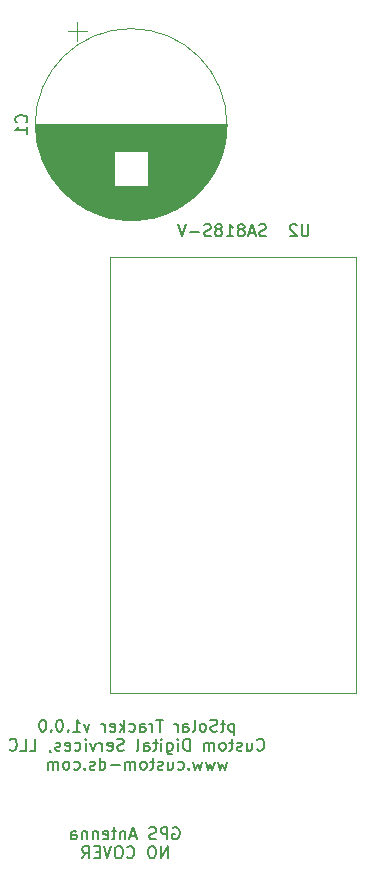
<source format=gbr>
%TF.GenerationSoftware,KiCad,Pcbnew,8.0.7*%
%TF.CreationDate,2025-01-11T16:41:09-06:00*%
%TF.ProjectId,ptSolar,7074536f-6c61-4722-9e6b-696361645f70,rev?*%
%TF.SameCoordinates,Original*%
%TF.FileFunction,Legend,Bot*%
%TF.FilePolarity,Positive*%
%FSLAX46Y46*%
G04 Gerber Fmt 4.6, Leading zero omitted, Abs format (unit mm)*
G04 Created by KiCad (PCBNEW 8.0.7) date 2025-01-11 16:41:09*
%MOMM*%
%LPD*%
G01*
G04 APERTURE LIST*
%ADD10C,0.150000*%
%ADD11C,0.120000*%
%ADD12C,0.100000*%
G04 APERTURE END LIST*
D10*
X149964286Y-127233264D02*
X149964286Y-128233264D01*
X149964286Y-127280883D02*
X149869048Y-127233264D01*
X149869048Y-127233264D02*
X149678572Y-127233264D01*
X149678572Y-127233264D02*
X149583334Y-127280883D01*
X149583334Y-127280883D02*
X149535715Y-127328502D01*
X149535715Y-127328502D02*
X149488096Y-127423740D01*
X149488096Y-127423740D02*
X149488096Y-127709454D01*
X149488096Y-127709454D02*
X149535715Y-127804692D01*
X149535715Y-127804692D02*
X149583334Y-127852312D01*
X149583334Y-127852312D02*
X149678572Y-127899931D01*
X149678572Y-127899931D02*
X149869048Y-127899931D01*
X149869048Y-127899931D02*
X149964286Y-127852312D01*
X149202381Y-127233264D02*
X148821429Y-127233264D01*
X149059524Y-126899931D02*
X149059524Y-127757073D01*
X149059524Y-127757073D02*
X149011905Y-127852312D01*
X149011905Y-127852312D02*
X148916667Y-127899931D01*
X148916667Y-127899931D02*
X148821429Y-127899931D01*
X148535714Y-127852312D02*
X148392857Y-127899931D01*
X148392857Y-127899931D02*
X148154762Y-127899931D01*
X148154762Y-127899931D02*
X148059524Y-127852312D01*
X148059524Y-127852312D02*
X148011905Y-127804692D01*
X148011905Y-127804692D02*
X147964286Y-127709454D01*
X147964286Y-127709454D02*
X147964286Y-127614216D01*
X147964286Y-127614216D02*
X148011905Y-127518978D01*
X148011905Y-127518978D02*
X148059524Y-127471359D01*
X148059524Y-127471359D02*
X148154762Y-127423740D01*
X148154762Y-127423740D02*
X148345238Y-127376121D01*
X148345238Y-127376121D02*
X148440476Y-127328502D01*
X148440476Y-127328502D02*
X148488095Y-127280883D01*
X148488095Y-127280883D02*
X148535714Y-127185645D01*
X148535714Y-127185645D02*
X148535714Y-127090407D01*
X148535714Y-127090407D02*
X148488095Y-126995169D01*
X148488095Y-126995169D02*
X148440476Y-126947550D01*
X148440476Y-126947550D02*
X148345238Y-126899931D01*
X148345238Y-126899931D02*
X148107143Y-126899931D01*
X148107143Y-126899931D02*
X147964286Y-126947550D01*
X147392857Y-127899931D02*
X147488095Y-127852312D01*
X147488095Y-127852312D02*
X147535714Y-127804692D01*
X147535714Y-127804692D02*
X147583333Y-127709454D01*
X147583333Y-127709454D02*
X147583333Y-127423740D01*
X147583333Y-127423740D02*
X147535714Y-127328502D01*
X147535714Y-127328502D02*
X147488095Y-127280883D01*
X147488095Y-127280883D02*
X147392857Y-127233264D01*
X147392857Y-127233264D02*
X147250000Y-127233264D01*
X147250000Y-127233264D02*
X147154762Y-127280883D01*
X147154762Y-127280883D02*
X147107143Y-127328502D01*
X147107143Y-127328502D02*
X147059524Y-127423740D01*
X147059524Y-127423740D02*
X147059524Y-127709454D01*
X147059524Y-127709454D02*
X147107143Y-127804692D01*
X147107143Y-127804692D02*
X147154762Y-127852312D01*
X147154762Y-127852312D02*
X147250000Y-127899931D01*
X147250000Y-127899931D02*
X147392857Y-127899931D01*
X146488095Y-127899931D02*
X146583333Y-127852312D01*
X146583333Y-127852312D02*
X146630952Y-127757073D01*
X146630952Y-127757073D02*
X146630952Y-126899931D01*
X145678571Y-127899931D02*
X145678571Y-127376121D01*
X145678571Y-127376121D02*
X145726190Y-127280883D01*
X145726190Y-127280883D02*
X145821428Y-127233264D01*
X145821428Y-127233264D02*
X146011904Y-127233264D01*
X146011904Y-127233264D02*
X146107142Y-127280883D01*
X145678571Y-127852312D02*
X145773809Y-127899931D01*
X145773809Y-127899931D02*
X146011904Y-127899931D01*
X146011904Y-127899931D02*
X146107142Y-127852312D01*
X146107142Y-127852312D02*
X146154761Y-127757073D01*
X146154761Y-127757073D02*
X146154761Y-127661835D01*
X146154761Y-127661835D02*
X146107142Y-127566597D01*
X146107142Y-127566597D02*
X146011904Y-127518978D01*
X146011904Y-127518978D02*
X145773809Y-127518978D01*
X145773809Y-127518978D02*
X145678571Y-127471359D01*
X145202380Y-127899931D02*
X145202380Y-127233264D01*
X145202380Y-127423740D02*
X145154761Y-127328502D01*
X145154761Y-127328502D02*
X145107142Y-127280883D01*
X145107142Y-127280883D02*
X145011904Y-127233264D01*
X145011904Y-127233264D02*
X144916666Y-127233264D01*
X143964284Y-126899931D02*
X143392856Y-126899931D01*
X143678570Y-127899931D02*
X143678570Y-126899931D01*
X143059522Y-127899931D02*
X143059522Y-127233264D01*
X143059522Y-127423740D02*
X143011903Y-127328502D01*
X143011903Y-127328502D02*
X142964284Y-127280883D01*
X142964284Y-127280883D02*
X142869046Y-127233264D01*
X142869046Y-127233264D02*
X142773808Y-127233264D01*
X142011903Y-127899931D02*
X142011903Y-127376121D01*
X142011903Y-127376121D02*
X142059522Y-127280883D01*
X142059522Y-127280883D02*
X142154760Y-127233264D01*
X142154760Y-127233264D02*
X142345236Y-127233264D01*
X142345236Y-127233264D02*
X142440474Y-127280883D01*
X142011903Y-127852312D02*
X142107141Y-127899931D01*
X142107141Y-127899931D02*
X142345236Y-127899931D01*
X142345236Y-127899931D02*
X142440474Y-127852312D01*
X142440474Y-127852312D02*
X142488093Y-127757073D01*
X142488093Y-127757073D02*
X142488093Y-127661835D01*
X142488093Y-127661835D02*
X142440474Y-127566597D01*
X142440474Y-127566597D02*
X142345236Y-127518978D01*
X142345236Y-127518978D02*
X142107141Y-127518978D01*
X142107141Y-127518978D02*
X142011903Y-127471359D01*
X141107141Y-127852312D02*
X141202379Y-127899931D01*
X141202379Y-127899931D02*
X141392855Y-127899931D01*
X141392855Y-127899931D02*
X141488093Y-127852312D01*
X141488093Y-127852312D02*
X141535712Y-127804692D01*
X141535712Y-127804692D02*
X141583331Y-127709454D01*
X141583331Y-127709454D02*
X141583331Y-127423740D01*
X141583331Y-127423740D02*
X141535712Y-127328502D01*
X141535712Y-127328502D02*
X141488093Y-127280883D01*
X141488093Y-127280883D02*
X141392855Y-127233264D01*
X141392855Y-127233264D02*
X141202379Y-127233264D01*
X141202379Y-127233264D02*
X141107141Y-127280883D01*
X140678569Y-127899931D02*
X140678569Y-126899931D01*
X140583331Y-127518978D02*
X140297617Y-127899931D01*
X140297617Y-127233264D02*
X140678569Y-127614216D01*
X139488093Y-127852312D02*
X139583331Y-127899931D01*
X139583331Y-127899931D02*
X139773807Y-127899931D01*
X139773807Y-127899931D02*
X139869045Y-127852312D01*
X139869045Y-127852312D02*
X139916664Y-127757073D01*
X139916664Y-127757073D02*
X139916664Y-127376121D01*
X139916664Y-127376121D02*
X139869045Y-127280883D01*
X139869045Y-127280883D02*
X139773807Y-127233264D01*
X139773807Y-127233264D02*
X139583331Y-127233264D01*
X139583331Y-127233264D02*
X139488093Y-127280883D01*
X139488093Y-127280883D02*
X139440474Y-127376121D01*
X139440474Y-127376121D02*
X139440474Y-127471359D01*
X139440474Y-127471359D02*
X139916664Y-127566597D01*
X139011902Y-127899931D02*
X139011902Y-127233264D01*
X139011902Y-127423740D02*
X138964283Y-127328502D01*
X138964283Y-127328502D02*
X138916664Y-127280883D01*
X138916664Y-127280883D02*
X138821426Y-127233264D01*
X138821426Y-127233264D02*
X138726188Y-127233264D01*
X137726187Y-127233264D02*
X137488092Y-127899931D01*
X137488092Y-127899931D02*
X137249997Y-127233264D01*
X136345235Y-127899931D02*
X136916663Y-127899931D01*
X136630949Y-127899931D02*
X136630949Y-126899931D01*
X136630949Y-126899931D02*
X136726187Y-127042788D01*
X136726187Y-127042788D02*
X136821425Y-127138026D01*
X136821425Y-127138026D02*
X136916663Y-127185645D01*
X135916663Y-127804692D02*
X135869044Y-127852312D01*
X135869044Y-127852312D02*
X135916663Y-127899931D01*
X135916663Y-127899931D02*
X135964282Y-127852312D01*
X135964282Y-127852312D02*
X135916663Y-127804692D01*
X135916663Y-127804692D02*
X135916663Y-127899931D01*
X135249997Y-126899931D02*
X135154759Y-126899931D01*
X135154759Y-126899931D02*
X135059521Y-126947550D01*
X135059521Y-126947550D02*
X135011902Y-126995169D01*
X135011902Y-126995169D02*
X134964283Y-127090407D01*
X134964283Y-127090407D02*
X134916664Y-127280883D01*
X134916664Y-127280883D02*
X134916664Y-127518978D01*
X134916664Y-127518978D02*
X134964283Y-127709454D01*
X134964283Y-127709454D02*
X135011902Y-127804692D01*
X135011902Y-127804692D02*
X135059521Y-127852312D01*
X135059521Y-127852312D02*
X135154759Y-127899931D01*
X135154759Y-127899931D02*
X135249997Y-127899931D01*
X135249997Y-127899931D02*
X135345235Y-127852312D01*
X135345235Y-127852312D02*
X135392854Y-127804692D01*
X135392854Y-127804692D02*
X135440473Y-127709454D01*
X135440473Y-127709454D02*
X135488092Y-127518978D01*
X135488092Y-127518978D02*
X135488092Y-127280883D01*
X135488092Y-127280883D02*
X135440473Y-127090407D01*
X135440473Y-127090407D02*
X135392854Y-126995169D01*
X135392854Y-126995169D02*
X135345235Y-126947550D01*
X135345235Y-126947550D02*
X135249997Y-126899931D01*
X134488092Y-127804692D02*
X134440473Y-127852312D01*
X134440473Y-127852312D02*
X134488092Y-127899931D01*
X134488092Y-127899931D02*
X134535711Y-127852312D01*
X134535711Y-127852312D02*
X134488092Y-127804692D01*
X134488092Y-127804692D02*
X134488092Y-127899931D01*
X133821426Y-126899931D02*
X133726188Y-126899931D01*
X133726188Y-126899931D02*
X133630950Y-126947550D01*
X133630950Y-126947550D02*
X133583331Y-126995169D01*
X133583331Y-126995169D02*
X133535712Y-127090407D01*
X133535712Y-127090407D02*
X133488093Y-127280883D01*
X133488093Y-127280883D02*
X133488093Y-127518978D01*
X133488093Y-127518978D02*
X133535712Y-127709454D01*
X133535712Y-127709454D02*
X133583331Y-127804692D01*
X133583331Y-127804692D02*
X133630950Y-127852312D01*
X133630950Y-127852312D02*
X133726188Y-127899931D01*
X133726188Y-127899931D02*
X133821426Y-127899931D01*
X133821426Y-127899931D02*
X133916664Y-127852312D01*
X133916664Y-127852312D02*
X133964283Y-127804692D01*
X133964283Y-127804692D02*
X134011902Y-127709454D01*
X134011902Y-127709454D02*
X134059521Y-127518978D01*
X134059521Y-127518978D02*
X134059521Y-127280883D01*
X134059521Y-127280883D02*
X134011902Y-127090407D01*
X134011902Y-127090407D02*
X133964283Y-126995169D01*
X133964283Y-126995169D02*
X133916664Y-126947550D01*
X133916664Y-126947550D02*
X133821426Y-126899931D01*
X151916667Y-129414636D02*
X151964286Y-129462256D01*
X151964286Y-129462256D02*
X152107143Y-129509875D01*
X152107143Y-129509875D02*
X152202381Y-129509875D01*
X152202381Y-129509875D02*
X152345238Y-129462256D01*
X152345238Y-129462256D02*
X152440476Y-129367017D01*
X152440476Y-129367017D02*
X152488095Y-129271779D01*
X152488095Y-129271779D02*
X152535714Y-129081303D01*
X152535714Y-129081303D02*
X152535714Y-128938446D01*
X152535714Y-128938446D02*
X152488095Y-128747970D01*
X152488095Y-128747970D02*
X152440476Y-128652732D01*
X152440476Y-128652732D02*
X152345238Y-128557494D01*
X152345238Y-128557494D02*
X152202381Y-128509875D01*
X152202381Y-128509875D02*
X152107143Y-128509875D01*
X152107143Y-128509875D02*
X151964286Y-128557494D01*
X151964286Y-128557494D02*
X151916667Y-128605113D01*
X151059524Y-128843208D02*
X151059524Y-129509875D01*
X151488095Y-128843208D02*
X151488095Y-129367017D01*
X151488095Y-129367017D02*
X151440476Y-129462256D01*
X151440476Y-129462256D02*
X151345238Y-129509875D01*
X151345238Y-129509875D02*
X151202381Y-129509875D01*
X151202381Y-129509875D02*
X151107143Y-129462256D01*
X151107143Y-129462256D02*
X151059524Y-129414636D01*
X150630952Y-129462256D02*
X150535714Y-129509875D01*
X150535714Y-129509875D02*
X150345238Y-129509875D01*
X150345238Y-129509875D02*
X150250000Y-129462256D01*
X150250000Y-129462256D02*
X150202381Y-129367017D01*
X150202381Y-129367017D02*
X150202381Y-129319398D01*
X150202381Y-129319398D02*
X150250000Y-129224160D01*
X150250000Y-129224160D02*
X150345238Y-129176541D01*
X150345238Y-129176541D02*
X150488095Y-129176541D01*
X150488095Y-129176541D02*
X150583333Y-129128922D01*
X150583333Y-129128922D02*
X150630952Y-129033684D01*
X150630952Y-129033684D02*
X150630952Y-128986065D01*
X150630952Y-128986065D02*
X150583333Y-128890827D01*
X150583333Y-128890827D02*
X150488095Y-128843208D01*
X150488095Y-128843208D02*
X150345238Y-128843208D01*
X150345238Y-128843208D02*
X150250000Y-128890827D01*
X149916666Y-128843208D02*
X149535714Y-128843208D01*
X149773809Y-128509875D02*
X149773809Y-129367017D01*
X149773809Y-129367017D02*
X149726190Y-129462256D01*
X149726190Y-129462256D02*
X149630952Y-129509875D01*
X149630952Y-129509875D02*
X149535714Y-129509875D01*
X149059523Y-129509875D02*
X149154761Y-129462256D01*
X149154761Y-129462256D02*
X149202380Y-129414636D01*
X149202380Y-129414636D02*
X149249999Y-129319398D01*
X149249999Y-129319398D02*
X149249999Y-129033684D01*
X149249999Y-129033684D02*
X149202380Y-128938446D01*
X149202380Y-128938446D02*
X149154761Y-128890827D01*
X149154761Y-128890827D02*
X149059523Y-128843208D01*
X149059523Y-128843208D02*
X148916666Y-128843208D01*
X148916666Y-128843208D02*
X148821428Y-128890827D01*
X148821428Y-128890827D02*
X148773809Y-128938446D01*
X148773809Y-128938446D02*
X148726190Y-129033684D01*
X148726190Y-129033684D02*
X148726190Y-129319398D01*
X148726190Y-129319398D02*
X148773809Y-129414636D01*
X148773809Y-129414636D02*
X148821428Y-129462256D01*
X148821428Y-129462256D02*
X148916666Y-129509875D01*
X148916666Y-129509875D02*
X149059523Y-129509875D01*
X148297618Y-129509875D02*
X148297618Y-128843208D01*
X148297618Y-128938446D02*
X148249999Y-128890827D01*
X148249999Y-128890827D02*
X148154761Y-128843208D01*
X148154761Y-128843208D02*
X148011904Y-128843208D01*
X148011904Y-128843208D02*
X147916666Y-128890827D01*
X147916666Y-128890827D02*
X147869047Y-128986065D01*
X147869047Y-128986065D02*
X147869047Y-129509875D01*
X147869047Y-128986065D02*
X147821428Y-128890827D01*
X147821428Y-128890827D02*
X147726190Y-128843208D01*
X147726190Y-128843208D02*
X147583333Y-128843208D01*
X147583333Y-128843208D02*
X147488094Y-128890827D01*
X147488094Y-128890827D02*
X147440475Y-128986065D01*
X147440475Y-128986065D02*
X147440475Y-129509875D01*
X146202380Y-129509875D02*
X146202380Y-128509875D01*
X146202380Y-128509875D02*
X145964285Y-128509875D01*
X145964285Y-128509875D02*
X145821428Y-128557494D01*
X145821428Y-128557494D02*
X145726190Y-128652732D01*
X145726190Y-128652732D02*
X145678571Y-128747970D01*
X145678571Y-128747970D02*
X145630952Y-128938446D01*
X145630952Y-128938446D02*
X145630952Y-129081303D01*
X145630952Y-129081303D02*
X145678571Y-129271779D01*
X145678571Y-129271779D02*
X145726190Y-129367017D01*
X145726190Y-129367017D02*
X145821428Y-129462256D01*
X145821428Y-129462256D02*
X145964285Y-129509875D01*
X145964285Y-129509875D02*
X146202380Y-129509875D01*
X145202380Y-129509875D02*
X145202380Y-128843208D01*
X145202380Y-128509875D02*
X145249999Y-128557494D01*
X145249999Y-128557494D02*
X145202380Y-128605113D01*
X145202380Y-128605113D02*
X145154761Y-128557494D01*
X145154761Y-128557494D02*
X145202380Y-128509875D01*
X145202380Y-128509875D02*
X145202380Y-128605113D01*
X144297619Y-128843208D02*
X144297619Y-129652732D01*
X144297619Y-129652732D02*
X144345238Y-129747970D01*
X144345238Y-129747970D02*
X144392857Y-129795589D01*
X144392857Y-129795589D02*
X144488095Y-129843208D01*
X144488095Y-129843208D02*
X144630952Y-129843208D01*
X144630952Y-129843208D02*
X144726190Y-129795589D01*
X144297619Y-129462256D02*
X144392857Y-129509875D01*
X144392857Y-129509875D02*
X144583333Y-129509875D01*
X144583333Y-129509875D02*
X144678571Y-129462256D01*
X144678571Y-129462256D02*
X144726190Y-129414636D01*
X144726190Y-129414636D02*
X144773809Y-129319398D01*
X144773809Y-129319398D02*
X144773809Y-129033684D01*
X144773809Y-129033684D02*
X144726190Y-128938446D01*
X144726190Y-128938446D02*
X144678571Y-128890827D01*
X144678571Y-128890827D02*
X144583333Y-128843208D01*
X144583333Y-128843208D02*
X144392857Y-128843208D01*
X144392857Y-128843208D02*
X144297619Y-128890827D01*
X143821428Y-129509875D02*
X143821428Y-128843208D01*
X143821428Y-128509875D02*
X143869047Y-128557494D01*
X143869047Y-128557494D02*
X143821428Y-128605113D01*
X143821428Y-128605113D02*
X143773809Y-128557494D01*
X143773809Y-128557494D02*
X143821428Y-128509875D01*
X143821428Y-128509875D02*
X143821428Y-128605113D01*
X143488095Y-128843208D02*
X143107143Y-128843208D01*
X143345238Y-128509875D02*
X143345238Y-129367017D01*
X143345238Y-129367017D02*
X143297619Y-129462256D01*
X143297619Y-129462256D02*
X143202381Y-129509875D01*
X143202381Y-129509875D02*
X143107143Y-129509875D01*
X142345238Y-129509875D02*
X142345238Y-128986065D01*
X142345238Y-128986065D02*
X142392857Y-128890827D01*
X142392857Y-128890827D02*
X142488095Y-128843208D01*
X142488095Y-128843208D02*
X142678571Y-128843208D01*
X142678571Y-128843208D02*
X142773809Y-128890827D01*
X142345238Y-129462256D02*
X142440476Y-129509875D01*
X142440476Y-129509875D02*
X142678571Y-129509875D01*
X142678571Y-129509875D02*
X142773809Y-129462256D01*
X142773809Y-129462256D02*
X142821428Y-129367017D01*
X142821428Y-129367017D02*
X142821428Y-129271779D01*
X142821428Y-129271779D02*
X142773809Y-129176541D01*
X142773809Y-129176541D02*
X142678571Y-129128922D01*
X142678571Y-129128922D02*
X142440476Y-129128922D01*
X142440476Y-129128922D02*
X142345238Y-129081303D01*
X141726190Y-129509875D02*
X141821428Y-129462256D01*
X141821428Y-129462256D02*
X141869047Y-129367017D01*
X141869047Y-129367017D02*
X141869047Y-128509875D01*
X140630951Y-129462256D02*
X140488094Y-129509875D01*
X140488094Y-129509875D02*
X140249999Y-129509875D01*
X140249999Y-129509875D02*
X140154761Y-129462256D01*
X140154761Y-129462256D02*
X140107142Y-129414636D01*
X140107142Y-129414636D02*
X140059523Y-129319398D01*
X140059523Y-129319398D02*
X140059523Y-129224160D01*
X140059523Y-129224160D02*
X140107142Y-129128922D01*
X140107142Y-129128922D02*
X140154761Y-129081303D01*
X140154761Y-129081303D02*
X140249999Y-129033684D01*
X140249999Y-129033684D02*
X140440475Y-128986065D01*
X140440475Y-128986065D02*
X140535713Y-128938446D01*
X140535713Y-128938446D02*
X140583332Y-128890827D01*
X140583332Y-128890827D02*
X140630951Y-128795589D01*
X140630951Y-128795589D02*
X140630951Y-128700351D01*
X140630951Y-128700351D02*
X140583332Y-128605113D01*
X140583332Y-128605113D02*
X140535713Y-128557494D01*
X140535713Y-128557494D02*
X140440475Y-128509875D01*
X140440475Y-128509875D02*
X140202380Y-128509875D01*
X140202380Y-128509875D02*
X140059523Y-128557494D01*
X139249999Y-129462256D02*
X139345237Y-129509875D01*
X139345237Y-129509875D02*
X139535713Y-129509875D01*
X139535713Y-129509875D02*
X139630951Y-129462256D01*
X139630951Y-129462256D02*
X139678570Y-129367017D01*
X139678570Y-129367017D02*
X139678570Y-128986065D01*
X139678570Y-128986065D02*
X139630951Y-128890827D01*
X139630951Y-128890827D02*
X139535713Y-128843208D01*
X139535713Y-128843208D02*
X139345237Y-128843208D01*
X139345237Y-128843208D02*
X139249999Y-128890827D01*
X139249999Y-128890827D02*
X139202380Y-128986065D01*
X139202380Y-128986065D02*
X139202380Y-129081303D01*
X139202380Y-129081303D02*
X139678570Y-129176541D01*
X138773808Y-129509875D02*
X138773808Y-128843208D01*
X138773808Y-129033684D02*
X138726189Y-128938446D01*
X138726189Y-128938446D02*
X138678570Y-128890827D01*
X138678570Y-128890827D02*
X138583332Y-128843208D01*
X138583332Y-128843208D02*
X138488094Y-128843208D01*
X138249998Y-128843208D02*
X138011903Y-129509875D01*
X138011903Y-129509875D02*
X137773808Y-128843208D01*
X137392855Y-129509875D02*
X137392855Y-128843208D01*
X137392855Y-128509875D02*
X137440474Y-128557494D01*
X137440474Y-128557494D02*
X137392855Y-128605113D01*
X137392855Y-128605113D02*
X137345236Y-128557494D01*
X137345236Y-128557494D02*
X137392855Y-128509875D01*
X137392855Y-128509875D02*
X137392855Y-128605113D01*
X136488094Y-129462256D02*
X136583332Y-129509875D01*
X136583332Y-129509875D02*
X136773808Y-129509875D01*
X136773808Y-129509875D02*
X136869046Y-129462256D01*
X136869046Y-129462256D02*
X136916665Y-129414636D01*
X136916665Y-129414636D02*
X136964284Y-129319398D01*
X136964284Y-129319398D02*
X136964284Y-129033684D01*
X136964284Y-129033684D02*
X136916665Y-128938446D01*
X136916665Y-128938446D02*
X136869046Y-128890827D01*
X136869046Y-128890827D02*
X136773808Y-128843208D01*
X136773808Y-128843208D02*
X136583332Y-128843208D01*
X136583332Y-128843208D02*
X136488094Y-128890827D01*
X135678570Y-129462256D02*
X135773808Y-129509875D01*
X135773808Y-129509875D02*
X135964284Y-129509875D01*
X135964284Y-129509875D02*
X136059522Y-129462256D01*
X136059522Y-129462256D02*
X136107141Y-129367017D01*
X136107141Y-129367017D02*
X136107141Y-128986065D01*
X136107141Y-128986065D02*
X136059522Y-128890827D01*
X136059522Y-128890827D02*
X135964284Y-128843208D01*
X135964284Y-128843208D02*
X135773808Y-128843208D01*
X135773808Y-128843208D02*
X135678570Y-128890827D01*
X135678570Y-128890827D02*
X135630951Y-128986065D01*
X135630951Y-128986065D02*
X135630951Y-129081303D01*
X135630951Y-129081303D02*
X136107141Y-129176541D01*
X135249998Y-129462256D02*
X135154760Y-129509875D01*
X135154760Y-129509875D02*
X134964284Y-129509875D01*
X134964284Y-129509875D02*
X134869046Y-129462256D01*
X134869046Y-129462256D02*
X134821427Y-129367017D01*
X134821427Y-129367017D02*
X134821427Y-129319398D01*
X134821427Y-129319398D02*
X134869046Y-129224160D01*
X134869046Y-129224160D02*
X134964284Y-129176541D01*
X134964284Y-129176541D02*
X135107141Y-129176541D01*
X135107141Y-129176541D02*
X135202379Y-129128922D01*
X135202379Y-129128922D02*
X135249998Y-129033684D01*
X135249998Y-129033684D02*
X135249998Y-128986065D01*
X135249998Y-128986065D02*
X135202379Y-128890827D01*
X135202379Y-128890827D02*
X135107141Y-128843208D01*
X135107141Y-128843208D02*
X134964284Y-128843208D01*
X134964284Y-128843208D02*
X134869046Y-128890827D01*
X134345236Y-129462256D02*
X134345236Y-129509875D01*
X134345236Y-129509875D02*
X134392855Y-129605113D01*
X134392855Y-129605113D02*
X134440474Y-129652732D01*
X132678570Y-129509875D02*
X133154760Y-129509875D01*
X133154760Y-129509875D02*
X133154760Y-128509875D01*
X131869046Y-129509875D02*
X132345236Y-129509875D01*
X132345236Y-129509875D02*
X132345236Y-128509875D01*
X130964284Y-129414636D02*
X131011903Y-129462256D01*
X131011903Y-129462256D02*
X131154760Y-129509875D01*
X131154760Y-129509875D02*
X131249998Y-129509875D01*
X131249998Y-129509875D02*
X131392855Y-129462256D01*
X131392855Y-129462256D02*
X131488093Y-129367017D01*
X131488093Y-129367017D02*
X131535712Y-129271779D01*
X131535712Y-129271779D02*
X131583331Y-129081303D01*
X131583331Y-129081303D02*
X131583331Y-128938446D01*
X131583331Y-128938446D02*
X131535712Y-128747970D01*
X131535712Y-128747970D02*
X131488093Y-128652732D01*
X131488093Y-128652732D02*
X131392855Y-128557494D01*
X131392855Y-128557494D02*
X131249998Y-128509875D01*
X131249998Y-128509875D02*
X131154760Y-128509875D01*
X131154760Y-128509875D02*
X131011903Y-128557494D01*
X131011903Y-128557494D02*
X130964284Y-128605113D01*
X149369046Y-130453152D02*
X149178570Y-131119819D01*
X149178570Y-131119819D02*
X148988094Y-130643628D01*
X148988094Y-130643628D02*
X148797618Y-131119819D01*
X148797618Y-131119819D02*
X148607142Y-130453152D01*
X148321427Y-130453152D02*
X148130951Y-131119819D01*
X148130951Y-131119819D02*
X147940475Y-130643628D01*
X147940475Y-130643628D02*
X147749999Y-131119819D01*
X147749999Y-131119819D02*
X147559523Y-130453152D01*
X147273808Y-130453152D02*
X147083332Y-131119819D01*
X147083332Y-131119819D02*
X146892856Y-130643628D01*
X146892856Y-130643628D02*
X146702380Y-131119819D01*
X146702380Y-131119819D02*
X146511904Y-130453152D01*
X146130951Y-131024580D02*
X146083332Y-131072200D01*
X146083332Y-131072200D02*
X146130951Y-131119819D01*
X146130951Y-131119819D02*
X146178570Y-131072200D01*
X146178570Y-131072200D02*
X146130951Y-131024580D01*
X146130951Y-131024580D02*
X146130951Y-131119819D01*
X145226190Y-131072200D02*
X145321428Y-131119819D01*
X145321428Y-131119819D02*
X145511904Y-131119819D01*
X145511904Y-131119819D02*
X145607142Y-131072200D01*
X145607142Y-131072200D02*
X145654761Y-131024580D01*
X145654761Y-131024580D02*
X145702380Y-130929342D01*
X145702380Y-130929342D02*
X145702380Y-130643628D01*
X145702380Y-130643628D02*
X145654761Y-130548390D01*
X145654761Y-130548390D02*
X145607142Y-130500771D01*
X145607142Y-130500771D02*
X145511904Y-130453152D01*
X145511904Y-130453152D02*
X145321428Y-130453152D01*
X145321428Y-130453152D02*
X145226190Y-130500771D01*
X144369047Y-130453152D02*
X144369047Y-131119819D01*
X144797618Y-130453152D02*
X144797618Y-130976961D01*
X144797618Y-130976961D02*
X144749999Y-131072200D01*
X144749999Y-131072200D02*
X144654761Y-131119819D01*
X144654761Y-131119819D02*
X144511904Y-131119819D01*
X144511904Y-131119819D02*
X144416666Y-131072200D01*
X144416666Y-131072200D02*
X144369047Y-131024580D01*
X143940475Y-131072200D02*
X143845237Y-131119819D01*
X143845237Y-131119819D02*
X143654761Y-131119819D01*
X143654761Y-131119819D02*
X143559523Y-131072200D01*
X143559523Y-131072200D02*
X143511904Y-130976961D01*
X143511904Y-130976961D02*
X143511904Y-130929342D01*
X143511904Y-130929342D02*
X143559523Y-130834104D01*
X143559523Y-130834104D02*
X143654761Y-130786485D01*
X143654761Y-130786485D02*
X143797618Y-130786485D01*
X143797618Y-130786485D02*
X143892856Y-130738866D01*
X143892856Y-130738866D02*
X143940475Y-130643628D01*
X143940475Y-130643628D02*
X143940475Y-130596009D01*
X143940475Y-130596009D02*
X143892856Y-130500771D01*
X143892856Y-130500771D02*
X143797618Y-130453152D01*
X143797618Y-130453152D02*
X143654761Y-130453152D01*
X143654761Y-130453152D02*
X143559523Y-130500771D01*
X143226189Y-130453152D02*
X142845237Y-130453152D01*
X143083332Y-130119819D02*
X143083332Y-130976961D01*
X143083332Y-130976961D02*
X143035713Y-131072200D01*
X143035713Y-131072200D02*
X142940475Y-131119819D01*
X142940475Y-131119819D02*
X142845237Y-131119819D01*
X142369046Y-131119819D02*
X142464284Y-131072200D01*
X142464284Y-131072200D02*
X142511903Y-131024580D01*
X142511903Y-131024580D02*
X142559522Y-130929342D01*
X142559522Y-130929342D02*
X142559522Y-130643628D01*
X142559522Y-130643628D02*
X142511903Y-130548390D01*
X142511903Y-130548390D02*
X142464284Y-130500771D01*
X142464284Y-130500771D02*
X142369046Y-130453152D01*
X142369046Y-130453152D02*
X142226189Y-130453152D01*
X142226189Y-130453152D02*
X142130951Y-130500771D01*
X142130951Y-130500771D02*
X142083332Y-130548390D01*
X142083332Y-130548390D02*
X142035713Y-130643628D01*
X142035713Y-130643628D02*
X142035713Y-130929342D01*
X142035713Y-130929342D02*
X142083332Y-131024580D01*
X142083332Y-131024580D02*
X142130951Y-131072200D01*
X142130951Y-131072200D02*
X142226189Y-131119819D01*
X142226189Y-131119819D02*
X142369046Y-131119819D01*
X141607141Y-131119819D02*
X141607141Y-130453152D01*
X141607141Y-130548390D02*
X141559522Y-130500771D01*
X141559522Y-130500771D02*
X141464284Y-130453152D01*
X141464284Y-130453152D02*
X141321427Y-130453152D01*
X141321427Y-130453152D02*
X141226189Y-130500771D01*
X141226189Y-130500771D02*
X141178570Y-130596009D01*
X141178570Y-130596009D02*
X141178570Y-131119819D01*
X141178570Y-130596009D02*
X141130951Y-130500771D01*
X141130951Y-130500771D02*
X141035713Y-130453152D01*
X141035713Y-130453152D02*
X140892856Y-130453152D01*
X140892856Y-130453152D02*
X140797617Y-130500771D01*
X140797617Y-130500771D02*
X140749998Y-130596009D01*
X140749998Y-130596009D02*
X140749998Y-131119819D01*
X140273808Y-130738866D02*
X139511904Y-130738866D01*
X138607142Y-131119819D02*
X138607142Y-130119819D01*
X138607142Y-131072200D02*
X138702380Y-131119819D01*
X138702380Y-131119819D02*
X138892856Y-131119819D01*
X138892856Y-131119819D02*
X138988094Y-131072200D01*
X138988094Y-131072200D02*
X139035713Y-131024580D01*
X139035713Y-131024580D02*
X139083332Y-130929342D01*
X139083332Y-130929342D02*
X139083332Y-130643628D01*
X139083332Y-130643628D02*
X139035713Y-130548390D01*
X139035713Y-130548390D02*
X138988094Y-130500771D01*
X138988094Y-130500771D02*
X138892856Y-130453152D01*
X138892856Y-130453152D02*
X138702380Y-130453152D01*
X138702380Y-130453152D02*
X138607142Y-130500771D01*
X138178570Y-131072200D02*
X138083332Y-131119819D01*
X138083332Y-131119819D02*
X137892856Y-131119819D01*
X137892856Y-131119819D02*
X137797618Y-131072200D01*
X137797618Y-131072200D02*
X137749999Y-130976961D01*
X137749999Y-130976961D02*
X137749999Y-130929342D01*
X137749999Y-130929342D02*
X137797618Y-130834104D01*
X137797618Y-130834104D02*
X137892856Y-130786485D01*
X137892856Y-130786485D02*
X138035713Y-130786485D01*
X138035713Y-130786485D02*
X138130951Y-130738866D01*
X138130951Y-130738866D02*
X138178570Y-130643628D01*
X138178570Y-130643628D02*
X138178570Y-130596009D01*
X138178570Y-130596009D02*
X138130951Y-130500771D01*
X138130951Y-130500771D02*
X138035713Y-130453152D01*
X138035713Y-130453152D02*
X137892856Y-130453152D01*
X137892856Y-130453152D02*
X137797618Y-130500771D01*
X137321427Y-131024580D02*
X137273808Y-131072200D01*
X137273808Y-131072200D02*
X137321427Y-131119819D01*
X137321427Y-131119819D02*
X137369046Y-131072200D01*
X137369046Y-131072200D02*
X137321427Y-131024580D01*
X137321427Y-131024580D02*
X137321427Y-131119819D01*
X136416666Y-131072200D02*
X136511904Y-131119819D01*
X136511904Y-131119819D02*
X136702380Y-131119819D01*
X136702380Y-131119819D02*
X136797618Y-131072200D01*
X136797618Y-131072200D02*
X136845237Y-131024580D01*
X136845237Y-131024580D02*
X136892856Y-130929342D01*
X136892856Y-130929342D02*
X136892856Y-130643628D01*
X136892856Y-130643628D02*
X136845237Y-130548390D01*
X136845237Y-130548390D02*
X136797618Y-130500771D01*
X136797618Y-130500771D02*
X136702380Y-130453152D01*
X136702380Y-130453152D02*
X136511904Y-130453152D01*
X136511904Y-130453152D02*
X136416666Y-130500771D01*
X135845237Y-131119819D02*
X135940475Y-131072200D01*
X135940475Y-131072200D02*
X135988094Y-131024580D01*
X135988094Y-131024580D02*
X136035713Y-130929342D01*
X136035713Y-130929342D02*
X136035713Y-130643628D01*
X136035713Y-130643628D02*
X135988094Y-130548390D01*
X135988094Y-130548390D02*
X135940475Y-130500771D01*
X135940475Y-130500771D02*
X135845237Y-130453152D01*
X135845237Y-130453152D02*
X135702380Y-130453152D01*
X135702380Y-130453152D02*
X135607142Y-130500771D01*
X135607142Y-130500771D02*
X135559523Y-130548390D01*
X135559523Y-130548390D02*
X135511904Y-130643628D01*
X135511904Y-130643628D02*
X135511904Y-130929342D01*
X135511904Y-130929342D02*
X135559523Y-131024580D01*
X135559523Y-131024580D02*
X135607142Y-131072200D01*
X135607142Y-131072200D02*
X135702380Y-131119819D01*
X135702380Y-131119819D02*
X135845237Y-131119819D01*
X135083332Y-131119819D02*
X135083332Y-130453152D01*
X135083332Y-130548390D02*
X135035713Y-130500771D01*
X135035713Y-130500771D02*
X134940475Y-130453152D01*
X134940475Y-130453152D02*
X134797618Y-130453152D01*
X134797618Y-130453152D02*
X134702380Y-130500771D01*
X134702380Y-130500771D02*
X134654761Y-130596009D01*
X134654761Y-130596009D02*
X134654761Y-131119819D01*
X134654761Y-130596009D02*
X134607142Y-130500771D01*
X134607142Y-130500771D02*
X134511904Y-130453152D01*
X134511904Y-130453152D02*
X134369047Y-130453152D01*
X134369047Y-130453152D02*
X134273808Y-130500771D01*
X134273808Y-130500771D02*
X134226189Y-130596009D01*
X134226189Y-130596009D02*
X134226189Y-131119819D01*
X144797619Y-136057494D02*
X144892857Y-136009875D01*
X144892857Y-136009875D02*
X145035714Y-136009875D01*
X145035714Y-136009875D02*
X145178571Y-136057494D01*
X145178571Y-136057494D02*
X145273809Y-136152732D01*
X145273809Y-136152732D02*
X145321428Y-136247970D01*
X145321428Y-136247970D02*
X145369047Y-136438446D01*
X145369047Y-136438446D02*
X145369047Y-136581303D01*
X145369047Y-136581303D02*
X145321428Y-136771779D01*
X145321428Y-136771779D02*
X145273809Y-136867017D01*
X145273809Y-136867017D02*
X145178571Y-136962256D01*
X145178571Y-136962256D02*
X145035714Y-137009875D01*
X145035714Y-137009875D02*
X144940476Y-137009875D01*
X144940476Y-137009875D02*
X144797619Y-136962256D01*
X144797619Y-136962256D02*
X144750000Y-136914636D01*
X144750000Y-136914636D02*
X144750000Y-136581303D01*
X144750000Y-136581303D02*
X144940476Y-136581303D01*
X144321428Y-137009875D02*
X144321428Y-136009875D01*
X144321428Y-136009875D02*
X143940476Y-136009875D01*
X143940476Y-136009875D02*
X143845238Y-136057494D01*
X143845238Y-136057494D02*
X143797619Y-136105113D01*
X143797619Y-136105113D02*
X143750000Y-136200351D01*
X143750000Y-136200351D02*
X143750000Y-136343208D01*
X143750000Y-136343208D02*
X143797619Y-136438446D01*
X143797619Y-136438446D02*
X143845238Y-136486065D01*
X143845238Y-136486065D02*
X143940476Y-136533684D01*
X143940476Y-136533684D02*
X144321428Y-136533684D01*
X143369047Y-136962256D02*
X143226190Y-137009875D01*
X143226190Y-137009875D02*
X142988095Y-137009875D01*
X142988095Y-137009875D02*
X142892857Y-136962256D01*
X142892857Y-136962256D02*
X142845238Y-136914636D01*
X142845238Y-136914636D02*
X142797619Y-136819398D01*
X142797619Y-136819398D02*
X142797619Y-136724160D01*
X142797619Y-136724160D02*
X142845238Y-136628922D01*
X142845238Y-136628922D02*
X142892857Y-136581303D01*
X142892857Y-136581303D02*
X142988095Y-136533684D01*
X142988095Y-136533684D02*
X143178571Y-136486065D01*
X143178571Y-136486065D02*
X143273809Y-136438446D01*
X143273809Y-136438446D02*
X143321428Y-136390827D01*
X143321428Y-136390827D02*
X143369047Y-136295589D01*
X143369047Y-136295589D02*
X143369047Y-136200351D01*
X143369047Y-136200351D02*
X143321428Y-136105113D01*
X143321428Y-136105113D02*
X143273809Y-136057494D01*
X143273809Y-136057494D02*
X143178571Y-136009875D01*
X143178571Y-136009875D02*
X142940476Y-136009875D01*
X142940476Y-136009875D02*
X142797619Y-136057494D01*
X141654761Y-136724160D02*
X141178571Y-136724160D01*
X141749999Y-137009875D02*
X141416666Y-136009875D01*
X141416666Y-136009875D02*
X141083333Y-137009875D01*
X140749999Y-136343208D02*
X140749999Y-137009875D01*
X140749999Y-136438446D02*
X140702380Y-136390827D01*
X140702380Y-136390827D02*
X140607142Y-136343208D01*
X140607142Y-136343208D02*
X140464285Y-136343208D01*
X140464285Y-136343208D02*
X140369047Y-136390827D01*
X140369047Y-136390827D02*
X140321428Y-136486065D01*
X140321428Y-136486065D02*
X140321428Y-137009875D01*
X139988094Y-136343208D02*
X139607142Y-136343208D01*
X139845237Y-136009875D02*
X139845237Y-136867017D01*
X139845237Y-136867017D02*
X139797618Y-136962256D01*
X139797618Y-136962256D02*
X139702380Y-137009875D01*
X139702380Y-137009875D02*
X139607142Y-137009875D01*
X138892856Y-136962256D02*
X138988094Y-137009875D01*
X138988094Y-137009875D02*
X139178570Y-137009875D01*
X139178570Y-137009875D02*
X139273808Y-136962256D01*
X139273808Y-136962256D02*
X139321427Y-136867017D01*
X139321427Y-136867017D02*
X139321427Y-136486065D01*
X139321427Y-136486065D02*
X139273808Y-136390827D01*
X139273808Y-136390827D02*
X139178570Y-136343208D01*
X139178570Y-136343208D02*
X138988094Y-136343208D01*
X138988094Y-136343208D02*
X138892856Y-136390827D01*
X138892856Y-136390827D02*
X138845237Y-136486065D01*
X138845237Y-136486065D02*
X138845237Y-136581303D01*
X138845237Y-136581303D02*
X139321427Y-136676541D01*
X138416665Y-136343208D02*
X138416665Y-137009875D01*
X138416665Y-136438446D02*
X138369046Y-136390827D01*
X138369046Y-136390827D02*
X138273808Y-136343208D01*
X138273808Y-136343208D02*
X138130951Y-136343208D01*
X138130951Y-136343208D02*
X138035713Y-136390827D01*
X138035713Y-136390827D02*
X137988094Y-136486065D01*
X137988094Y-136486065D02*
X137988094Y-137009875D01*
X137511903Y-136343208D02*
X137511903Y-137009875D01*
X137511903Y-136438446D02*
X137464284Y-136390827D01*
X137464284Y-136390827D02*
X137369046Y-136343208D01*
X137369046Y-136343208D02*
X137226189Y-136343208D01*
X137226189Y-136343208D02*
X137130951Y-136390827D01*
X137130951Y-136390827D02*
X137083332Y-136486065D01*
X137083332Y-136486065D02*
X137083332Y-137009875D01*
X136178570Y-137009875D02*
X136178570Y-136486065D01*
X136178570Y-136486065D02*
X136226189Y-136390827D01*
X136226189Y-136390827D02*
X136321427Y-136343208D01*
X136321427Y-136343208D02*
X136511903Y-136343208D01*
X136511903Y-136343208D02*
X136607141Y-136390827D01*
X136178570Y-136962256D02*
X136273808Y-137009875D01*
X136273808Y-137009875D02*
X136511903Y-137009875D01*
X136511903Y-137009875D02*
X136607141Y-136962256D01*
X136607141Y-136962256D02*
X136654760Y-136867017D01*
X136654760Y-136867017D02*
X136654760Y-136771779D01*
X136654760Y-136771779D02*
X136607141Y-136676541D01*
X136607141Y-136676541D02*
X136511903Y-136628922D01*
X136511903Y-136628922D02*
X136273808Y-136628922D01*
X136273808Y-136628922D02*
X136178570Y-136581303D01*
X144345237Y-138619819D02*
X144345237Y-137619819D01*
X144345237Y-137619819D02*
X143773809Y-138619819D01*
X143773809Y-138619819D02*
X143773809Y-137619819D01*
X143107142Y-137619819D02*
X142916666Y-137619819D01*
X142916666Y-137619819D02*
X142821428Y-137667438D01*
X142821428Y-137667438D02*
X142726190Y-137762676D01*
X142726190Y-137762676D02*
X142678571Y-137953152D01*
X142678571Y-137953152D02*
X142678571Y-138286485D01*
X142678571Y-138286485D02*
X142726190Y-138476961D01*
X142726190Y-138476961D02*
X142821428Y-138572200D01*
X142821428Y-138572200D02*
X142916666Y-138619819D01*
X142916666Y-138619819D02*
X143107142Y-138619819D01*
X143107142Y-138619819D02*
X143202380Y-138572200D01*
X143202380Y-138572200D02*
X143297618Y-138476961D01*
X143297618Y-138476961D02*
X143345237Y-138286485D01*
X143345237Y-138286485D02*
X143345237Y-137953152D01*
X143345237Y-137953152D02*
X143297618Y-137762676D01*
X143297618Y-137762676D02*
X143202380Y-137667438D01*
X143202380Y-137667438D02*
X143107142Y-137619819D01*
X140916666Y-138524580D02*
X140964285Y-138572200D01*
X140964285Y-138572200D02*
X141107142Y-138619819D01*
X141107142Y-138619819D02*
X141202380Y-138619819D01*
X141202380Y-138619819D02*
X141345237Y-138572200D01*
X141345237Y-138572200D02*
X141440475Y-138476961D01*
X141440475Y-138476961D02*
X141488094Y-138381723D01*
X141488094Y-138381723D02*
X141535713Y-138191247D01*
X141535713Y-138191247D02*
X141535713Y-138048390D01*
X141535713Y-138048390D02*
X141488094Y-137857914D01*
X141488094Y-137857914D02*
X141440475Y-137762676D01*
X141440475Y-137762676D02*
X141345237Y-137667438D01*
X141345237Y-137667438D02*
X141202380Y-137619819D01*
X141202380Y-137619819D02*
X141107142Y-137619819D01*
X141107142Y-137619819D02*
X140964285Y-137667438D01*
X140964285Y-137667438D02*
X140916666Y-137715057D01*
X140297618Y-137619819D02*
X140107142Y-137619819D01*
X140107142Y-137619819D02*
X140011904Y-137667438D01*
X140011904Y-137667438D02*
X139916666Y-137762676D01*
X139916666Y-137762676D02*
X139869047Y-137953152D01*
X139869047Y-137953152D02*
X139869047Y-138286485D01*
X139869047Y-138286485D02*
X139916666Y-138476961D01*
X139916666Y-138476961D02*
X140011904Y-138572200D01*
X140011904Y-138572200D02*
X140107142Y-138619819D01*
X140107142Y-138619819D02*
X140297618Y-138619819D01*
X140297618Y-138619819D02*
X140392856Y-138572200D01*
X140392856Y-138572200D02*
X140488094Y-138476961D01*
X140488094Y-138476961D02*
X140535713Y-138286485D01*
X140535713Y-138286485D02*
X140535713Y-137953152D01*
X140535713Y-137953152D02*
X140488094Y-137762676D01*
X140488094Y-137762676D02*
X140392856Y-137667438D01*
X140392856Y-137667438D02*
X140297618Y-137619819D01*
X139583332Y-137619819D02*
X139249999Y-138619819D01*
X139249999Y-138619819D02*
X138916666Y-137619819D01*
X138583332Y-138096009D02*
X138249999Y-138096009D01*
X138107142Y-138619819D02*
X138583332Y-138619819D01*
X138583332Y-138619819D02*
X138583332Y-137619819D01*
X138583332Y-137619819D02*
X138107142Y-137619819D01*
X137107142Y-138619819D02*
X137440475Y-138143628D01*
X137678570Y-138619819D02*
X137678570Y-137619819D01*
X137678570Y-137619819D02*
X137297618Y-137619819D01*
X137297618Y-137619819D02*
X137202380Y-137667438D01*
X137202380Y-137667438D02*
X137154761Y-137715057D01*
X137154761Y-137715057D02*
X137107142Y-137810295D01*
X137107142Y-137810295D02*
X137107142Y-137953152D01*
X137107142Y-137953152D02*
X137154761Y-138048390D01*
X137154761Y-138048390D02*
X137202380Y-138096009D01*
X137202380Y-138096009D02*
X137297618Y-138143628D01*
X137297618Y-138143628D02*
X137678570Y-138143628D01*
X132359580Y-76333333D02*
X132407200Y-76285714D01*
X132407200Y-76285714D02*
X132454819Y-76142857D01*
X132454819Y-76142857D02*
X132454819Y-76047619D01*
X132454819Y-76047619D02*
X132407200Y-75904762D01*
X132407200Y-75904762D02*
X132311961Y-75809524D01*
X132311961Y-75809524D02*
X132216723Y-75761905D01*
X132216723Y-75761905D02*
X132026247Y-75714286D01*
X132026247Y-75714286D02*
X131883390Y-75714286D01*
X131883390Y-75714286D02*
X131692914Y-75761905D01*
X131692914Y-75761905D02*
X131597676Y-75809524D01*
X131597676Y-75809524D02*
X131502438Y-75904762D01*
X131502438Y-75904762D02*
X131454819Y-76047619D01*
X131454819Y-76047619D02*
X131454819Y-76142857D01*
X131454819Y-76142857D02*
X131502438Y-76285714D01*
X131502438Y-76285714D02*
X131550057Y-76333333D01*
X132454819Y-77285714D02*
X132454819Y-76714286D01*
X132454819Y-77000000D02*
X131454819Y-77000000D01*
X131454819Y-77000000D02*
X131597676Y-76904762D01*
X131597676Y-76904762D02*
X131692914Y-76809524D01*
X131692914Y-76809524D02*
X131740533Y-76714286D01*
X156261904Y-84954819D02*
X156261904Y-85764342D01*
X156261904Y-85764342D02*
X156214285Y-85859580D01*
X156214285Y-85859580D02*
X156166666Y-85907200D01*
X156166666Y-85907200D02*
X156071428Y-85954819D01*
X156071428Y-85954819D02*
X155880952Y-85954819D01*
X155880952Y-85954819D02*
X155785714Y-85907200D01*
X155785714Y-85907200D02*
X155738095Y-85859580D01*
X155738095Y-85859580D02*
X155690476Y-85764342D01*
X155690476Y-85764342D02*
X155690476Y-84954819D01*
X155261904Y-85050057D02*
X155214285Y-85002438D01*
X155214285Y-85002438D02*
X155119047Y-84954819D01*
X155119047Y-84954819D02*
X154880952Y-84954819D01*
X154880952Y-84954819D02*
X154785714Y-85002438D01*
X154785714Y-85002438D02*
X154738095Y-85050057D01*
X154738095Y-85050057D02*
X154690476Y-85145295D01*
X154690476Y-85145295D02*
X154690476Y-85240533D01*
X154690476Y-85240533D02*
X154738095Y-85383390D01*
X154738095Y-85383390D02*
X155309523Y-85954819D01*
X155309523Y-85954819D02*
X154690476Y-85954819D01*
X152666666Y-85907200D02*
X152523809Y-85954819D01*
X152523809Y-85954819D02*
X152285714Y-85954819D01*
X152285714Y-85954819D02*
X152190476Y-85907200D01*
X152190476Y-85907200D02*
X152142857Y-85859580D01*
X152142857Y-85859580D02*
X152095238Y-85764342D01*
X152095238Y-85764342D02*
X152095238Y-85669104D01*
X152095238Y-85669104D02*
X152142857Y-85573866D01*
X152142857Y-85573866D02*
X152190476Y-85526247D01*
X152190476Y-85526247D02*
X152285714Y-85478628D01*
X152285714Y-85478628D02*
X152476190Y-85431009D01*
X152476190Y-85431009D02*
X152571428Y-85383390D01*
X152571428Y-85383390D02*
X152619047Y-85335771D01*
X152619047Y-85335771D02*
X152666666Y-85240533D01*
X152666666Y-85240533D02*
X152666666Y-85145295D01*
X152666666Y-85145295D02*
X152619047Y-85050057D01*
X152619047Y-85050057D02*
X152571428Y-85002438D01*
X152571428Y-85002438D02*
X152476190Y-84954819D01*
X152476190Y-84954819D02*
X152238095Y-84954819D01*
X152238095Y-84954819D02*
X152095238Y-85002438D01*
X151714285Y-85669104D02*
X151238095Y-85669104D01*
X151809523Y-85954819D02*
X151476190Y-84954819D01*
X151476190Y-84954819D02*
X151142857Y-85954819D01*
X150666666Y-85383390D02*
X150761904Y-85335771D01*
X150761904Y-85335771D02*
X150809523Y-85288152D01*
X150809523Y-85288152D02*
X150857142Y-85192914D01*
X150857142Y-85192914D02*
X150857142Y-85145295D01*
X150857142Y-85145295D02*
X150809523Y-85050057D01*
X150809523Y-85050057D02*
X150761904Y-85002438D01*
X150761904Y-85002438D02*
X150666666Y-84954819D01*
X150666666Y-84954819D02*
X150476190Y-84954819D01*
X150476190Y-84954819D02*
X150380952Y-85002438D01*
X150380952Y-85002438D02*
X150333333Y-85050057D01*
X150333333Y-85050057D02*
X150285714Y-85145295D01*
X150285714Y-85145295D02*
X150285714Y-85192914D01*
X150285714Y-85192914D02*
X150333333Y-85288152D01*
X150333333Y-85288152D02*
X150380952Y-85335771D01*
X150380952Y-85335771D02*
X150476190Y-85383390D01*
X150476190Y-85383390D02*
X150666666Y-85383390D01*
X150666666Y-85383390D02*
X150761904Y-85431009D01*
X150761904Y-85431009D02*
X150809523Y-85478628D01*
X150809523Y-85478628D02*
X150857142Y-85573866D01*
X150857142Y-85573866D02*
X150857142Y-85764342D01*
X150857142Y-85764342D02*
X150809523Y-85859580D01*
X150809523Y-85859580D02*
X150761904Y-85907200D01*
X150761904Y-85907200D02*
X150666666Y-85954819D01*
X150666666Y-85954819D02*
X150476190Y-85954819D01*
X150476190Y-85954819D02*
X150380952Y-85907200D01*
X150380952Y-85907200D02*
X150333333Y-85859580D01*
X150333333Y-85859580D02*
X150285714Y-85764342D01*
X150285714Y-85764342D02*
X150285714Y-85573866D01*
X150285714Y-85573866D02*
X150333333Y-85478628D01*
X150333333Y-85478628D02*
X150380952Y-85431009D01*
X150380952Y-85431009D02*
X150476190Y-85383390D01*
X149333333Y-85954819D02*
X149904761Y-85954819D01*
X149619047Y-85954819D02*
X149619047Y-84954819D01*
X149619047Y-84954819D02*
X149714285Y-85097676D01*
X149714285Y-85097676D02*
X149809523Y-85192914D01*
X149809523Y-85192914D02*
X149904761Y-85240533D01*
X148761904Y-85383390D02*
X148857142Y-85335771D01*
X148857142Y-85335771D02*
X148904761Y-85288152D01*
X148904761Y-85288152D02*
X148952380Y-85192914D01*
X148952380Y-85192914D02*
X148952380Y-85145295D01*
X148952380Y-85145295D02*
X148904761Y-85050057D01*
X148904761Y-85050057D02*
X148857142Y-85002438D01*
X148857142Y-85002438D02*
X148761904Y-84954819D01*
X148761904Y-84954819D02*
X148571428Y-84954819D01*
X148571428Y-84954819D02*
X148476190Y-85002438D01*
X148476190Y-85002438D02*
X148428571Y-85050057D01*
X148428571Y-85050057D02*
X148380952Y-85145295D01*
X148380952Y-85145295D02*
X148380952Y-85192914D01*
X148380952Y-85192914D02*
X148428571Y-85288152D01*
X148428571Y-85288152D02*
X148476190Y-85335771D01*
X148476190Y-85335771D02*
X148571428Y-85383390D01*
X148571428Y-85383390D02*
X148761904Y-85383390D01*
X148761904Y-85383390D02*
X148857142Y-85431009D01*
X148857142Y-85431009D02*
X148904761Y-85478628D01*
X148904761Y-85478628D02*
X148952380Y-85573866D01*
X148952380Y-85573866D02*
X148952380Y-85764342D01*
X148952380Y-85764342D02*
X148904761Y-85859580D01*
X148904761Y-85859580D02*
X148857142Y-85907200D01*
X148857142Y-85907200D02*
X148761904Y-85954819D01*
X148761904Y-85954819D02*
X148571428Y-85954819D01*
X148571428Y-85954819D02*
X148476190Y-85907200D01*
X148476190Y-85907200D02*
X148428571Y-85859580D01*
X148428571Y-85859580D02*
X148380952Y-85764342D01*
X148380952Y-85764342D02*
X148380952Y-85573866D01*
X148380952Y-85573866D02*
X148428571Y-85478628D01*
X148428571Y-85478628D02*
X148476190Y-85431009D01*
X148476190Y-85431009D02*
X148571428Y-85383390D01*
X147999999Y-85907200D02*
X147857142Y-85954819D01*
X147857142Y-85954819D02*
X147619047Y-85954819D01*
X147619047Y-85954819D02*
X147523809Y-85907200D01*
X147523809Y-85907200D02*
X147476190Y-85859580D01*
X147476190Y-85859580D02*
X147428571Y-85764342D01*
X147428571Y-85764342D02*
X147428571Y-85669104D01*
X147428571Y-85669104D02*
X147476190Y-85573866D01*
X147476190Y-85573866D02*
X147523809Y-85526247D01*
X147523809Y-85526247D02*
X147619047Y-85478628D01*
X147619047Y-85478628D02*
X147809523Y-85431009D01*
X147809523Y-85431009D02*
X147904761Y-85383390D01*
X147904761Y-85383390D02*
X147952380Y-85335771D01*
X147952380Y-85335771D02*
X147999999Y-85240533D01*
X147999999Y-85240533D02*
X147999999Y-85145295D01*
X147999999Y-85145295D02*
X147952380Y-85050057D01*
X147952380Y-85050057D02*
X147904761Y-85002438D01*
X147904761Y-85002438D02*
X147809523Y-84954819D01*
X147809523Y-84954819D02*
X147571428Y-84954819D01*
X147571428Y-84954819D02*
X147428571Y-85002438D01*
X146999999Y-85573866D02*
X146238095Y-85573866D01*
X145904761Y-84954819D02*
X145571428Y-85954819D01*
X145571428Y-85954819D02*
X145238095Y-84954819D01*
D11*
%TO.C,C1*%
X136695000Y-69410509D02*
X136695000Y-67810509D01*
X137495000Y-68610509D02*
X135895000Y-68610509D01*
X139810000Y-78821000D02*
X133508000Y-78821000D01*
X139810000Y-78861000D02*
X133520000Y-78861000D01*
X139810000Y-78901000D02*
X133532000Y-78901000D01*
X139810000Y-78941000D02*
X133545000Y-78941000D01*
X139810000Y-78981000D02*
X133557000Y-78981000D01*
X139810000Y-79021000D02*
X133570000Y-79021000D01*
X139810000Y-79061000D02*
X133584000Y-79061000D01*
X139810000Y-79101000D02*
X133597000Y-79101000D01*
X139810000Y-79141000D02*
X133611000Y-79141000D01*
X139810000Y-79181000D02*
X133625000Y-79181000D01*
X139810000Y-79221000D02*
X133639000Y-79221000D01*
X139810000Y-79261000D02*
X133653000Y-79261000D01*
X139810000Y-79301000D02*
X133668000Y-79301000D01*
X139810000Y-79341000D02*
X133682000Y-79341000D01*
X139810000Y-79381000D02*
X133697000Y-79381000D01*
X139810000Y-79421000D02*
X133713000Y-79421000D01*
X139810000Y-79461000D02*
X133728000Y-79461000D01*
X139810000Y-79501000D02*
X133744000Y-79501000D01*
X139810000Y-79541000D02*
X133760000Y-79541000D01*
X139810000Y-79581000D02*
X133776000Y-79581000D01*
X139810000Y-79621000D02*
X133793000Y-79621000D01*
X139810000Y-79661000D02*
X133810000Y-79661000D01*
X139810000Y-79701000D02*
X133827000Y-79701000D01*
X139810000Y-79741000D02*
X133844000Y-79741000D01*
X139810000Y-79781000D02*
X133861000Y-79781000D01*
X139810000Y-79821000D02*
X133879000Y-79821000D01*
X139810000Y-79861000D02*
X133897000Y-79861000D01*
X139810000Y-79901000D02*
X133916000Y-79901000D01*
X139810000Y-79941000D02*
X133934000Y-79941000D01*
X139810000Y-79981000D02*
X133953000Y-79981000D01*
X139810000Y-80021000D02*
X133972000Y-80021000D01*
X139810000Y-80061000D02*
X133992000Y-80061000D01*
X139810000Y-80101000D02*
X134011000Y-80101000D01*
X139810000Y-80141000D02*
X134031000Y-80141000D01*
X139810000Y-80181000D02*
X134051000Y-80181000D01*
X139810000Y-80221000D02*
X134072000Y-80221000D01*
X139810000Y-80261000D02*
X134093000Y-80261000D01*
X139810000Y-80301000D02*
X134114000Y-80301000D01*
X139810000Y-80341000D02*
X134135000Y-80341000D01*
X139810000Y-80381000D02*
X134156000Y-80381000D01*
X139810000Y-80421000D02*
X134178000Y-80421000D01*
X139810000Y-80461000D02*
X134201000Y-80461000D01*
X139810000Y-80501000D02*
X134223000Y-80501000D01*
X139810000Y-80541000D02*
X134246000Y-80541000D01*
X139810000Y-80581000D02*
X134269000Y-80581000D01*
X139810000Y-80621000D02*
X134292000Y-80621000D01*
X139810000Y-80661000D02*
X134316000Y-80661000D01*
X139810000Y-80701000D02*
X134340000Y-80701000D01*
X139810000Y-80741000D02*
X134364000Y-80741000D01*
X139810000Y-80781000D02*
X134389000Y-80781000D01*
X139810000Y-80821000D02*
X134414000Y-80821000D01*
X139810000Y-80861000D02*
X134439000Y-80861000D01*
X139810000Y-80901000D02*
X134465000Y-80901000D01*
X139810000Y-80941000D02*
X134491000Y-80941000D01*
X139810000Y-80981000D02*
X134517000Y-80981000D01*
X139810000Y-81021000D02*
X134544000Y-81021000D01*
X139810000Y-81061000D02*
X134571000Y-81061000D01*
X139810000Y-81101000D02*
X134598000Y-81101000D01*
X139810000Y-81141000D02*
X134626000Y-81141000D01*
X139810000Y-81181000D02*
X134654000Y-81181000D01*
X139810000Y-81221000D02*
X134682000Y-81221000D01*
X139810000Y-81261000D02*
X134711000Y-81261000D01*
X139810000Y-81301000D02*
X134740000Y-81301000D01*
X139810000Y-81341000D02*
X134770000Y-81341000D01*
X139810000Y-81381000D02*
X134800000Y-81381000D01*
X139810000Y-81421000D02*
X134830000Y-81421000D01*
X139810000Y-81461000D02*
X134860000Y-81461000D01*
X139810000Y-81501000D02*
X134892000Y-81501000D01*
X139810000Y-81541000D02*
X134923000Y-81541000D01*
X139810000Y-81581000D02*
X134955000Y-81581000D01*
X139810000Y-81621000D02*
X134987000Y-81621000D01*
X139810000Y-81661000D02*
X135020000Y-81661000D01*
X142015000Y-84581000D02*
X140485000Y-84581000D01*
X142348000Y-84541000D02*
X140152000Y-84541000D01*
X142601000Y-84501000D02*
X139899000Y-84501000D01*
X142814000Y-84461000D02*
X139686000Y-84461000D01*
X143002000Y-84421000D02*
X139498000Y-84421000D01*
X143170000Y-84381000D02*
X139330000Y-84381000D01*
X143324000Y-84341000D02*
X139176000Y-84341000D01*
X143468000Y-84301000D02*
X139032000Y-84301000D01*
X143601000Y-84261000D02*
X138899000Y-84261000D01*
X143728000Y-84221000D02*
X138772000Y-84221000D01*
X143847000Y-84181000D02*
X138653000Y-84181000D01*
X143961000Y-84141000D02*
X138539000Y-84141000D01*
X144070000Y-84101000D02*
X138430000Y-84101000D01*
X144174000Y-84061000D02*
X138326000Y-84061000D01*
X144274000Y-84021000D02*
X138226000Y-84021000D01*
X144370000Y-83981000D02*
X138130000Y-83981000D01*
X144463000Y-83941000D02*
X138037000Y-83941000D01*
X144553000Y-83901000D02*
X137947000Y-83901000D01*
X144640000Y-83861000D02*
X137860000Y-83861000D01*
X144725000Y-83821000D02*
X137775000Y-83821000D01*
X144807000Y-83781000D02*
X137693000Y-83781000D01*
X144887000Y-83741000D02*
X137613000Y-83741000D01*
X144965000Y-83701000D02*
X137535000Y-83701000D01*
X145040000Y-83661000D02*
X137460000Y-83661000D01*
X145114000Y-83621000D02*
X137386000Y-83621000D01*
X145186000Y-83581000D02*
X137314000Y-83581000D01*
X145257000Y-83541000D02*
X137243000Y-83541000D01*
X145326000Y-83501000D02*
X137174000Y-83501000D01*
X145393000Y-83461000D02*
X137107000Y-83461000D01*
X145459000Y-83421000D02*
X137041000Y-83421000D01*
X145523000Y-83381000D02*
X136977000Y-83381000D01*
X145586000Y-83341000D02*
X136914000Y-83341000D01*
X145648000Y-83301000D02*
X136852000Y-83301000D01*
X145709000Y-83261000D02*
X136791000Y-83261000D01*
X145769000Y-83221000D02*
X136731000Y-83221000D01*
X145827000Y-83181000D02*
X136673000Y-83181000D01*
X145884000Y-83141000D02*
X136616000Y-83141000D01*
X145941000Y-83101000D02*
X136559000Y-83101000D01*
X145996000Y-83061000D02*
X136504000Y-83061000D01*
X146050000Y-83021000D02*
X136450000Y-83021000D01*
X146104000Y-82981000D02*
X136396000Y-82981000D01*
X146156000Y-82941000D02*
X136344000Y-82941000D01*
X146208000Y-82901000D02*
X136292000Y-82901000D01*
X146259000Y-82861000D02*
X136241000Y-82861000D01*
X146309000Y-82821000D02*
X136191000Y-82821000D01*
X146358000Y-82781000D02*
X136142000Y-82781000D01*
X146406000Y-82741000D02*
X136094000Y-82741000D01*
X146454000Y-82701000D02*
X136046000Y-82701000D01*
X146501000Y-82661000D02*
X135999000Y-82661000D01*
X146547000Y-82621000D02*
X135953000Y-82621000D01*
X146593000Y-82581000D02*
X135907000Y-82581000D01*
X146638000Y-82541000D02*
X135862000Y-82541000D01*
X146682000Y-82501000D02*
X135818000Y-82501000D01*
X146725000Y-82461000D02*
X135775000Y-82461000D01*
X146768000Y-82421000D02*
X135732000Y-82421000D01*
X146810000Y-82381000D02*
X135690000Y-82381000D01*
X146852000Y-82341000D02*
X135648000Y-82341000D01*
X146893000Y-82301000D02*
X135607000Y-82301000D01*
X146934000Y-82261000D02*
X135566000Y-82261000D01*
X146974000Y-82221000D02*
X135526000Y-82221000D01*
X147013000Y-82181000D02*
X135487000Y-82181000D01*
X147052000Y-82141000D02*
X135448000Y-82141000D01*
X147090000Y-82101000D02*
X135410000Y-82101000D01*
X147128000Y-82061000D02*
X135372000Y-82061000D01*
X147166000Y-82021000D02*
X135334000Y-82021000D01*
X147202000Y-81981000D02*
X135298000Y-81981000D01*
X147239000Y-81941000D02*
X135261000Y-81941000D01*
X147275000Y-81901000D02*
X135225000Y-81901000D01*
X147310000Y-81861000D02*
X135190000Y-81861000D01*
X147345000Y-81821000D02*
X135155000Y-81821000D01*
X147379000Y-81781000D02*
X135121000Y-81781000D01*
X147413000Y-81741000D02*
X135087000Y-81741000D01*
X147447000Y-81701000D02*
X135053000Y-81701000D01*
X147480000Y-81661000D02*
X142690000Y-81661000D01*
X147513000Y-81621000D02*
X142690000Y-81621000D01*
X147545000Y-81581000D02*
X142690000Y-81581000D01*
X147577000Y-81541000D02*
X142690000Y-81541000D01*
X147608000Y-81501000D02*
X142690000Y-81501000D01*
X147640000Y-81461000D02*
X142690000Y-81461000D01*
X147670000Y-81421000D02*
X142690000Y-81421000D01*
X147700000Y-81381000D02*
X142690000Y-81381000D01*
X147730000Y-81341000D02*
X142690000Y-81341000D01*
X147760000Y-81301000D02*
X142690000Y-81301000D01*
X147789000Y-81261000D02*
X142690000Y-81261000D01*
X147818000Y-81221000D02*
X142690000Y-81221000D01*
X147846000Y-81181000D02*
X142690000Y-81181000D01*
X147874000Y-81141000D02*
X142690000Y-81141000D01*
X147902000Y-81101000D02*
X142690000Y-81101000D01*
X147929000Y-81061000D02*
X142690000Y-81061000D01*
X147956000Y-81021000D02*
X142690000Y-81021000D01*
X147983000Y-80981000D02*
X142690000Y-80981000D01*
X148009000Y-80941000D02*
X142690000Y-80941000D01*
X148035000Y-80901000D02*
X142690000Y-80901000D01*
X148061000Y-80861000D02*
X142690000Y-80861000D01*
X148086000Y-80821000D02*
X142690000Y-80821000D01*
X148111000Y-80781000D02*
X142690000Y-80781000D01*
X148136000Y-80741000D02*
X142690000Y-80741000D01*
X148160000Y-80701000D02*
X142690000Y-80701000D01*
X148184000Y-80661000D02*
X142690000Y-80661000D01*
X148208000Y-80621000D02*
X142690000Y-80621000D01*
X148231000Y-80581000D02*
X142690000Y-80581000D01*
X148254000Y-80541000D02*
X142690000Y-80541000D01*
X148277000Y-80501000D02*
X142690000Y-80501000D01*
X148299000Y-80461000D02*
X142690000Y-80461000D01*
X148322000Y-80421000D02*
X142690000Y-80421000D01*
X148344000Y-80381000D02*
X142690000Y-80381000D01*
X148365000Y-80341000D02*
X142690000Y-80341000D01*
X148386000Y-80301000D02*
X142690000Y-80301000D01*
X148407000Y-80261000D02*
X142690000Y-80261000D01*
X148428000Y-80221000D02*
X142690000Y-80221000D01*
X148449000Y-80181000D02*
X142690000Y-80181000D01*
X148469000Y-80141000D02*
X142690000Y-80141000D01*
X148489000Y-80101000D02*
X142690000Y-80101000D01*
X148508000Y-80061000D02*
X142690000Y-80061000D01*
X148528000Y-80021000D02*
X142690000Y-80021000D01*
X148547000Y-79981000D02*
X142690000Y-79981000D01*
X148566000Y-79941000D02*
X142690000Y-79941000D01*
X148584000Y-79901000D02*
X142690000Y-79901000D01*
X148603000Y-79861000D02*
X142690000Y-79861000D01*
X148621000Y-79821000D02*
X142690000Y-79821000D01*
X148639000Y-79781000D02*
X142690000Y-79781000D01*
X148656000Y-79741000D02*
X142690000Y-79741000D01*
X148673000Y-79701000D02*
X142690000Y-79701000D01*
X148690000Y-79661000D02*
X142690000Y-79661000D01*
X148707000Y-79621000D02*
X142690000Y-79621000D01*
X148724000Y-79581000D02*
X142690000Y-79581000D01*
X148740000Y-79541000D02*
X142690000Y-79541000D01*
X148756000Y-79501000D02*
X142690000Y-79501000D01*
X148772000Y-79461000D02*
X142690000Y-79461000D01*
X148787000Y-79421000D02*
X142690000Y-79421000D01*
X148803000Y-79381000D02*
X142690000Y-79381000D01*
X148818000Y-79341000D02*
X142690000Y-79341000D01*
X148832000Y-79301000D02*
X142690000Y-79301000D01*
X148847000Y-79261000D02*
X142690000Y-79261000D01*
X148861000Y-79221000D02*
X142690000Y-79221000D01*
X148875000Y-79181000D02*
X142690000Y-79181000D01*
X148889000Y-79141000D02*
X142690000Y-79141000D01*
X148903000Y-79101000D02*
X142690000Y-79101000D01*
X148916000Y-79061000D02*
X142690000Y-79061000D01*
X148930000Y-79021000D02*
X142690000Y-79021000D01*
X148943000Y-78981000D02*
X142690000Y-78981000D01*
X148955000Y-78941000D02*
X142690000Y-78941000D01*
X148968000Y-78901000D02*
X142690000Y-78901000D01*
X148980000Y-78861000D02*
X142690000Y-78861000D01*
X148992000Y-78821000D02*
X142690000Y-78821000D01*
X149004000Y-78781000D02*
X133496000Y-78781000D01*
X149015000Y-78741000D02*
X133485000Y-78741000D01*
X149027000Y-78701000D02*
X133473000Y-78701000D01*
X149038000Y-78661000D02*
X133462000Y-78661000D01*
X149049000Y-78621000D02*
X133451000Y-78621000D01*
X149060000Y-78581000D02*
X133440000Y-78581000D01*
X149070000Y-78541000D02*
X133430000Y-78541000D01*
X149080000Y-78501000D02*
X133420000Y-78501000D01*
X149090000Y-78461000D02*
X133410000Y-78461000D01*
X149100000Y-78421000D02*
X133400000Y-78421000D01*
X149110000Y-78381000D02*
X133390000Y-78381000D01*
X149119000Y-78341000D02*
X133381000Y-78341000D01*
X149128000Y-78301000D02*
X133372000Y-78301000D01*
X149137000Y-78261000D02*
X133363000Y-78261000D01*
X149146000Y-78221000D02*
X133354000Y-78221000D01*
X149155000Y-78181000D02*
X133345000Y-78181000D01*
X149163000Y-78141000D02*
X133337000Y-78141000D01*
X149171000Y-78101000D02*
X133329000Y-78101000D01*
X149179000Y-78061000D02*
X133321000Y-78061000D01*
X149187000Y-78021000D02*
X133313000Y-78021000D01*
X149194000Y-77981000D02*
X133306000Y-77981000D01*
X149202000Y-77941000D02*
X133298000Y-77941000D01*
X149209000Y-77901000D02*
X133291000Y-77901000D01*
X149216000Y-77861000D02*
X133284000Y-77861000D01*
X149222000Y-77821000D02*
X133278000Y-77821000D01*
X149229000Y-77781000D02*
X133271000Y-77781000D01*
X149235000Y-77741000D02*
X133265000Y-77741000D01*
X149241000Y-77701000D02*
X133259000Y-77701000D01*
X149247000Y-77661000D02*
X133253000Y-77661000D01*
X149253000Y-77621000D02*
X133247000Y-77621000D01*
X149258000Y-77581000D02*
X133242000Y-77581000D01*
X149264000Y-77541000D02*
X133236000Y-77541000D01*
X149269000Y-77501000D02*
X133231000Y-77501000D01*
X149274000Y-77461000D02*
X133226000Y-77461000D01*
X149278000Y-77421000D02*
X133222000Y-77421000D01*
X149283000Y-77381000D02*
X133217000Y-77381000D01*
X149287000Y-77341000D02*
X133213000Y-77341000D01*
X149291000Y-77301000D02*
X133209000Y-77301000D01*
X149295000Y-77261000D02*
X133205000Y-77261000D01*
X149299000Y-77221000D02*
X133201000Y-77221000D01*
X149302000Y-77180000D02*
X133198000Y-77180000D01*
X149305000Y-77140000D02*
X133195000Y-77140000D01*
X149308000Y-77100000D02*
X133192000Y-77100000D01*
X149311000Y-77060000D02*
X133189000Y-77060000D01*
X149314000Y-77020000D02*
X133186000Y-77020000D01*
X149316000Y-76980000D02*
X133184000Y-76980000D01*
X149319000Y-76940000D02*
X133181000Y-76940000D01*
X149321000Y-76900000D02*
X133179000Y-76900000D01*
X149323000Y-76860000D02*
X133177000Y-76860000D01*
X149324000Y-76820000D02*
X133176000Y-76820000D01*
X149326000Y-76780000D02*
X133174000Y-76780000D01*
X149327000Y-76740000D02*
X133173000Y-76740000D01*
X149328000Y-76700000D02*
X133172000Y-76700000D01*
X149329000Y-76660000D02*
X133171000Y-76660000D01*
X149330000Y-76540000D02*
X133170000Y-76540000D01*
X149330000Y-76580000D02*
X133170000Y-76580000D01*
X149330000Y-76620000D02*
X133170000Y-76620000D01*
X149331000Y-76500000D02*
X133169000Y-76500000D01*
X149370000Y-76500000D02*
G75*
G02*
X133130000Y-76500000I-8120000J0D01*
G01*
X133130000Y-76500000D02*
G75*
G02*
X149370000Y-76500000I8120000J0D01*
G01*
D12*
%TO.C,U2*%
X139500000Y-87700000D02*
X160300000Y-87700000D01*
X139500000Y-124600000D02*
X139500000Y-87700000D01*
X160300000Y-87700000D02*
X160300000Y-124600000D01*
X160300000Y-124600000D02*
X139500000Y-124600000D01*
%TD*%
M02*

</source>
